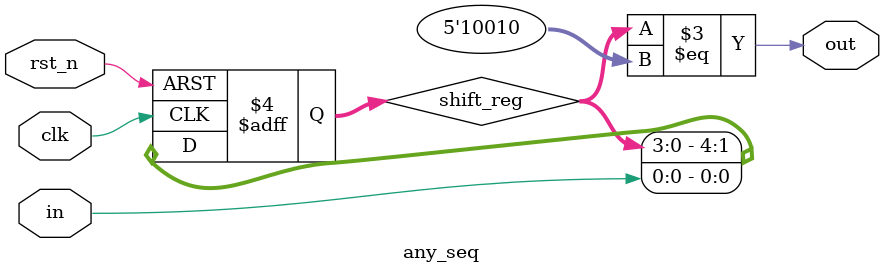
<source format=v>
module any_seq #(
    parameter WIDTH =5,
    parameter [WIDTH-1:0] SEQ =5'b10010
)(
    input wire clk,
    input wire rst_n,
    input wire in,
    output wire out
);

    reg [WIDTH-1:0] shift_reg;

    always @(posedge clk or negedge rst_n)begin
        if(!rst_n)begin
            shift_reg <= {WIDTH{1'b0}};
        end else begin
            shift_reg <= {shift_reg[WIDTH-2:0],in};
        end
    end

    assign out = (shift_reg == SEQ);

endmodule

</source>
